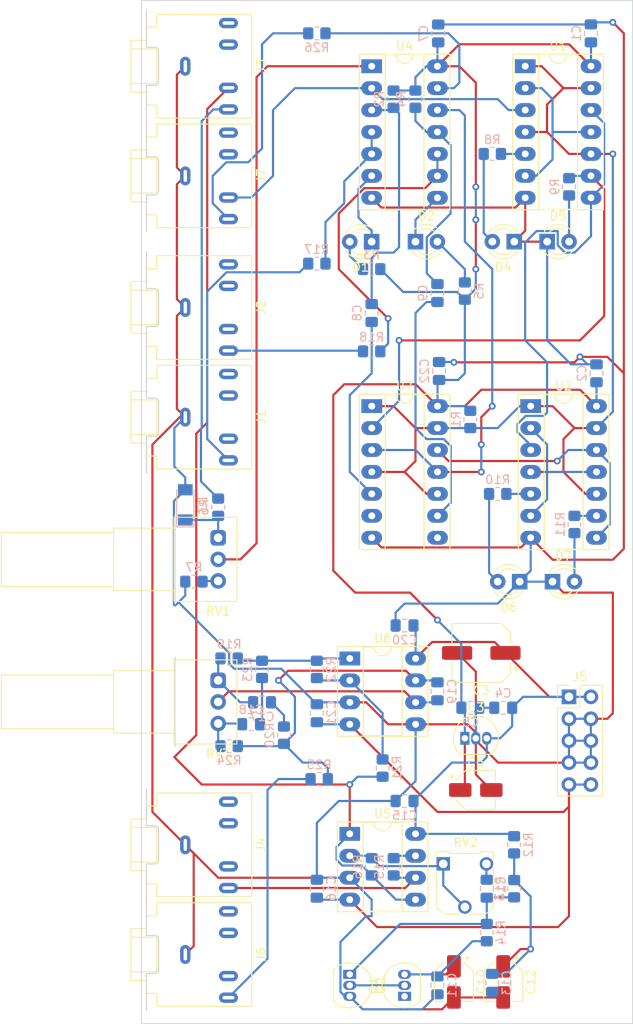
<source format=kicad_pcb>
(kicad_pcb (version 20211014) (generator pcbnew)
  (layers (0 "F.Cu" signal) (31 "B.Cu" signal) (34 "B.Paste" user) (35 "F.Paste" user) (36 "B.SilkS" user "B.Silkscreen") (37 "F.SilkS" user "F.Silkscreen") (38 "B.Mask" user) (39 "F.Mask" user) (44 "Edge.Cuts" user))
  (net 0 "")
  (net 1 "GND")
  (net 2 "+5V")
  (net 3 "+12V")
  (net 4 "Net-(U4-Pad3)")
  (net 5 "Net-(C8-Pad2)")
  (net 6 "Net-(U4-Pad11)")
  (net 7 "Net-(C9-Pad2)")
  (net 8 "Net-(C10-Pad1)")
  (net 9 "Net-(C12-Pad1)")
  (net 10 "Net-(C14-Pad1)")
  (net 11 "Net-(C14-Pad2)")
  (net 12 "-12V")
  (net 13 "Net-(C17-Pad1)")
  (net 14 "Net-(C17-Pad2)")
  (net 15 "Net-(C18-Pad1)")
  (net 16 "Net-(C18-Pad2)")
  (net 17 "Net-(C19-Pad1)")
  (net 18 "Net-(C19-Pad2)")
  (net 19 "Net-(D1-Pad1)")
  (net 20 "Net-(D1-Pad2)")
  (net 21 "Net-(D2-Pad1)")
  (net 22 "Net-(D2-Pad2)")
  (net 23 "Net-(D3-Pad1)")
  (net 24 "Net-(D4-Pad2)")
  (net 25 "Net-(D5-Pad2)")
  (net 26 "Net-(D6-Pad2)")
  (net 27 "Net-(D7-Pad2)")
  (net 30 "Net-(J1-PadT)")
  (net 34 "Net-(J2-PadT)")
  (net 38 "Net-(J3-PadT)")
  (net 39 "/Noise")
  (net 42 "Net-(J4-PadT)")
  (net 46 "Net-(J6-PadT)")
  (net 50 "Net-(J7-PadT)")
  (net 51 "Net-(U1-Pad3)")
  (net 53 "Net-(Q1-Pad2)")
  (net 54 "Net-(U2-Pad1)")
  (net 55 "Net-(R7-Pad1)")
  (net 56 "Net-(U1-Pad5)")
  (net 57 "Net-(U1-Pad9)")
  (net 58 "Net-(U2-Pad5)")
  (net 59 "Net-(U2-Pad9)")
  (net 60 "Net-(R15-Pad1)")
  (net 61 "Net-(R16-Pad1)")
  (net 62 "Net-(U4-Pad4)")
  (net 63 "Net-(U4-Pad10)")
  (net 64 "Net-(R19-Pad1)")
  (net 65 "Net-(R21-Pad2)")
  (net 66 "Net-(R26-Pad2)")
  (net 67 "Net-(U4-Pad1)")
  (net 68 "Net-(U1-Pad2)")
  (net 69 "Net-(U1-Pad8)")
  (net 70 "Net-(U2-Pad6)")
  (net 71 "Net-(U2-Pad12)")
  (net 72 "Net-(U4-Pad12)")
  (footprint "Package_TO_SOT_THT:TO-92_Inline" (layer "F.Cu") (at 68.58 140.732712 90)
    (fp_text reference "Q1")
    (fp_text value "BC547")
  )
  (footprint "Capacitor_SMD:CP_Elec_4x5.4" (layer "F.Cu") (at 76.835 116.84)
    (fp_text reference "C6")
    (fp_text value "10,0")
  )
  (footprint "Package_TO_SOT_THT:TO-92_Inline" (layer "F.Cu") (at 75.565 110.85)
    (fp_text reference "U3")
    (fp_text value "L78L05_TO92")
  )
  (footprint "Potentiometer_THT:Potentiometer_Runtron_RM-065_Vertical" (layer "F.Cu") (at 73.065 125.395)
    (fp_text reference "RV2")
    (fp_text value "100k")
  )
  (footprint "Connector_Audio:Jack_3.5mm_CUI_SJ1-3525N_Horizontal" (layer "F.Cu") (at 43.18 123.19 -90)
    (fp_text reference "J4")
    (fp_text value "White")
    (fp_line (start 2.2 3.5) (end 2.2 4.5) (layer "Edge.Cuts") (width 0.12))
    (fp_line (start 1.8 3.1) (end -1.8 3.1) (layer "Edge.Cuts") (width 0.12))
    (fp_line (start 2.2 4.5) (end 6.5 4.5) (layer "Edge.Cuts") (width 0.12))
    (fp_line (start -2.2 3.5) (end -2.2 4.5) (layer "Edge.Cuts") (width 0.12))
    (fp_line (start -2.2 4.5) (end -6.5 4.5) (layer "Edge.Cuts") (width 0.12))
    (fp_arc (start 1.8 3.1) (mid 2.082843 3.217157) (end 2.2 3.5) (layer "Edge.Cuts") (width 0.12))
    (fp_arc (start -2.2 3.5) (mid -2.082842 3.217158) (end -1.8 3.1) (layer "Edge.Cuts") (width 0.12))
  )
  (footprint "LED_THT:LED_D3.0mm" (layer "F.Cu") (at 81.915 92.71 180)
    (fp_text reference "D6")
    (fp_text value "LED")
  )
  (footprint "Package_DIP:DIP-14_W7.62mm_Socket_LongPads" (layer "F.Cu") (at 64.78 72.385)
    (fp_text reference "U7")
    (fp_text value "74HCT74")
  )
  (footprint "Capacitor_SMD:CP_Elec_4x5.4" (layer "F.Cu") (at 80.01 139.065 -90)
    (fp_text reference "C12")
    (fp_text value "10,0")
  )
  (footprint "LED_THT:LED_D3.0mm" (layer "F.Cu") (at 64.77 53.34 180)
    (fp_text reference "D1")
    (fp_text value "LED")
  )
  (footprint "Connector_Audio:Jack_3.5mm_CUI_SJ1-3525N_Horizontal" (layer "F.Cu") (at 43.18 135.89 -90)
    (fp_text reference "J6")
    (fp_text value "Colored")
    (fp_line (start -2.2 4.5) (end -6.5 4.5) (layer "Edge.Cuts") (width 0.12))
    (fp_line (start -2.2 3.5) (end -2.2 4.5) (layer "Edge.Cuts") (width 0.12))
    (fp_line (start 2.2 3.5) (end 2.2 4.5) (layer "Edge.Cuts") (width 0.12))
    (fp_line (start 2.2 4.5) (end 6.5 4.5) (layer "Edge.Cuts") (width 0.12))
    (fp_line (start 1.8 3.1) (end -1.8 3.1) (layer "Edge.Cuts") (width 0.12))
    (fp_arc (start 1.8 3.1) (mid 2.082843 3.217157) (end 2.2 3.5) (layer "Edge.Cuts") (width 0.12))
    (fp_arc (start -2.2 3.5) (mid -2.082842 3.217158) (end -1.8 3.1) (layer "Edge.Cuts") (width 0.12))
  )
  (footprint "LED_THT:LED_D3.0mm" (layer "F.Cu") (at 85.725 92.71)
    (fp_text reference "D7")
    (fp_text value "LED")
  )
  (footprint "Package_DIP:DIP-14_W7.62mm_Socket_LongPads" (layer "F.Cu") (at 64.77 33.02)
    (fp_text reference "U4")
    (fp_text value "74HCT14")
  )
  (footprint "Connector_Audio:Jack_3.5mm_CUI_SJ1-3525N_Horizontal" (layer "F.Cu") (at 43.18 60.96 -90)
    (fp_text reference "J2")
    (fp_text value "Rare")
    (fp_line (start 1.8 3.1) (end -1.8 3.1) (layer "Edge.Cuts") (width 0.12))
    (fp_line (start 2.2 4.5) (end 6.5 4.5) (layer "Edge.Cuts") (width 0.12))
    (fp_line (start 2.2 3.5) (end 2.2 4.5) (layer "Edge.Cuts") (width 0.12))
    (fp_line (start -2.2 4.5) (end -6.5 4.5) (layer "Edge.Cuts") (width 0.12))
    (fp_line (start -2.2 3.5) (end -2.2 4.5) (layer "Edge.Cuts") (width 0.12))
    (fp_arc (start 1.8 3.1) (mid 2.082843 3.217157) (end 2.2 3.5) (layer "Edge.Cuts") (width 0.12))
    (fp_arc (start -2.2 3.5) (mid -2.082842 3.217158) (end -1.8 3.1) (layer "Edge.Cuts") (width 0.12))
  )
  (footprint "Package_DIP:DIP-8_W7.62mm_Socket_LongPads" (layer "F.Cu") (at 62.23 121.92)
    (fp_text reference "U5")
    (fp_text value "TL082")
  )
  (footprint "LED_THT:LED_D3.0mm" (layer "F.Cu") (at 69.845 53.34)
    (fp_text reference "D2")
    (fp_text value "LED")
  )
  (footprint "Capacitor_SMD:CP_Elec_6.3x5.2" (layer "F.Cu") (at 77.47 100.965 180)
    (fp_text reference "C3")
    (fp_text value "47,0")
  )
  (footprint "Capacitor_SMD:CP_Elec_4x5.4" (layer "F.Cu") (at 74.295 139.065 -90)
    (fp_text reference "C10")
    (fp_text value "10,0")
  )
  (footprint "Potentiometer_THT:Potentiometer_Alps_RK097_Single_Horizontal" (layer "F.Cu") (at 46.99 87.63)
    (fp_text reference "RV1")
    (fp_text value "100k")
    (fp_line (start -5 -2.7) (end -5 7.7) (layer "Edge.Cuts") (width 0.1))
  )
  (footprint "Connector_PinHeader_2.54mm:PinHeader_2x05_P2.54mm_Vertical" (layer "F.Cu") (at 87.625 106.05)
    (fp_text reference "J5")
    (fp_text value "ModularPower")
  )
  (footprint "Package_TO_SOT_THT:TO-92_Inline" (layer "F.Cu") (at 62.23 138.192712 -90)
    (fp_text reference "Q2")
    (fp_text value "BC547")
  )
  (footprint "LED_THT:LED_D3.0mm" (layer "F.Cu") (at 85.1 53.335)
    (fp_text reference "D5")
    (fp_text value "LED")
  )
  (footprint "Package_DIP:DIP-14_W7.62mm_Socket_LongPads" (layer "F.Cu") (at 83.195 72.385)
    (fp_text reference "U2")
    (fp_text value "74HCT74")
  )
  (footprint "Potentiometer_THT:Potentiometer_Alps_RK097_Single_Horizontal" (layer "F.Cu") (at 46.99 104.14)
    (fp_text reference "RV3")
    (fp_text value "10k")
    (fp_line (start -5 -2.7) (end -5 7.7) (layer "Edge.Cuts") (width 0.1))
  )
  (footprint "LED_THT:LED_D3.0mm" (layer "F.Cu") (at 81.29 53.335 180)
    (fp_text reference "D4")
    (fp_text value "LED")
  )
  (footprint "Connector_Audio:Jack_3.5mm_CUI_SJ1-3525N_Horizontal" (layer "F.Cu") (at 43.18 73.66 -90)
    (fp_text reference "J1")
    (fp_text value "Frequent")
    (fp_line (start 2.2 3.5) (end 2.2 4.5) (layer "Edge.Cuts") (width 0.12))
    (fp_line (start 2.2 4.5) (end 6.5 4.5) (layer "Edge.Cuts") (width 0.12))
    (fp_line (start -2.2 4.5) (end -6.5 4.5) (layer "Edge.Cuts") (width 0.12))
    (fp_line (start -2.2 3.5) (end -2.2 4.5) (layer "Edge.Cuts") (width 0.12))
    (fp_line (start 1.8 3.1) (end -1.8 3.1) (layer "Edge.Cuts") (width 0.12))
    (fp_arc (start 1.8 3.1) (mid 2.082843 3.217157) (end 2.2 3.5) (layer "Edge.Cuts") (width 0.12))
    (fp_arc (start -2.2 3.5) (mid -2.082842 3.217158) (end -1.8 3.1) (layer "Edge.Cuts") (width 0.12))
  )
  (footprint "Package_DIP:DIP-8_W7.62mm_Socket_LongPads" (layer "F.Cu") (at 62.24 101.61)
    (fp_text reference "U6")
    (fp_text value "TL082")
  )
  (footprint "Package_DIP:DIP-14_W7.62mm_Socket_LongPads" (layer "F.Cu") (at 82.56 33.015)
    (fp_text reference "U1")
    (fp_text value "74HCT74")
  )
  (footprint "Connector_Audio:Jack_3.5mm_CUI_SJ1-3525N_Horizontal" (layer "F.Cu") (at 43.18 33.02 -90)
    (fp_text reference "J3")
    (fp_text value "In")
    (fp_line (start 1.8 3.1) (end -1.8 3.1) (layer "Edge.Cuts") (width 0.12))
    (fp_line (start 2.2 3.5) (end 2.2 4.5) (layer "Edge.Cuts") (width 0.12))
    (fp_line (start -2.2 4.5) (end -6.5 4.5) (layer "Edge.Cuts") (width 0.12))
    (fp_line (start 2.2 4.5) (end 6.5 4.5) (layer "Edge.Cuts") (width 0.12))
    (fp_line (start -2.2 3.5) (end -2.2 4.5) (layer "Edge.Cuts") (width 0.12))
    (fp_arc (start -2.2 3.5) (mid -2.082842 3.217158) (end -1.8 3.1) (layer "Edge.Cuts") (width 0.12))
    (fp_arc (start 1.8 3.1) (mid 2.082843 3.217157) (end 2.2 3.5) (layer "Edge.Cuts") (width 0.12))
  )
  (footprint "Connector_Audio:Jack_3.5mm_CUI_SJ1-3525N_Horizontal" (layer "F.Cu") (at 43.18 45.72 -90)
    (fp_text reference "J7")
    (fp_text value "Clock")
    (fp_line (start -2.2 4.5) (end -6.5 4.5) (layer "Edge.Cuts") (width 0.12))
    (fp_line (start 2.2 3.5) (end 2.2 4.5) (layer "Edge.Cuts") (width 0.12))
    (fp_line (start 1.8 3.1) (end -1.8 3.1) (layer "Edge.Cuts") (width 0.12))
    (fp_line (start -2.2 3.5) (end -2.2 4.5) (layer "Edge.Cuts") (width 0.12))
    (fp_line (start 2.2 4.5) (end 6.5 4.5) (layer "Edge.Cuts") (width 0.12))
    (fp_arc (start -2.2 3.5) (mid -2.082842 3.217158) (end -1.8 3.1) (layer "Edge.Cuts") (width 0.12))
    (fp_arc (start 1.8 3.1) (mid 2.082843 3.217157) (end 2.2 3.5) (layer "Edge.Cuts") (width 0.12))
  )
  (footprint "Capacitor_SMD:C_0805_2012Metric_Pad1.18x1.45mm_HandSolder" (layer "B.Cu") (at 72.39 105.41 90)
    (fp_text reference "C19")
    (fp_text value "22")
  )
  (footprint "Resistor_SMD:R_0805_2012Metric_Pad1.20x1.40mm_HandSolder" (layer "B.Cu") (at 87.64 46.985 -90)
    (fp_text reference "R9")
    (fp_text value "10k")
  )
  (footprint "Capacitor_SMD:C_0805_2012Metric_Pad1.18x1.45mm_HandSolder" (layer "B.Cu") (at 58.42 107.95 90)
    (fp_text reference "C21")
    (fp_text value "0,1")
  )
  (footprint "Capacitor_SMD:C_0805_2012Metric_Pad1.18x1.45mm_HandSolder" (layer "B.Cu") (at 58.42 128.27 90)
    (fp_text reference "C16")
    (fp_text value "0,1")
  )
  (footprint "Resistor_SMD:R_0805_2012Metric_Pad1.20x1.40mm_HandSolder" (layer "B.Cu") (at 69.84 36.835 -90)
    (fp_text reference "R4")
    (fp_text value "470k")
  )
  (footprint "Capacitor_SMD:C_0805_2012Metric_Pad1.18x1.45mm_HandSolder" (layer "B.Cu") (at 80.01 107.315 180)
    (fp_text reference "C4")
    (fp_text value "0,33")
  )
  (footprint "Resistor_SMD:R_0805_2012Metric_Pad1.20x1.40mm_HandSolder" (layer "B.Cu") (at 66.04 114.3 90)
    (fp_text reference "R21")
    (fp_text value "47k")
  )
  (footprint "Capacitor_SMD:C_0805_2012Metric_Pad1.18x1.45mm_HandSolder" (layer "B.Cu") (at 72.39 59.2875 -90)
    (fp_text reference "C9")
    (fp_text value "1,0")
  )
  (footprint "Resistor_SMD:R_0805_2012Metric_Pad1.20x1.40mm_HandSolder" (layer "B.Cu") (at 46.99 84.09 -90)
    (fp_text reference "R6")
    (fp_text value "470k")
  )
  (footprint "Resistor_SMD:R_0805_2012Metric_Pad1.20x1.40mm_HandSolder" (layer "B.Cu") (at 78.75 43.175 180)
    (fp_text reference "R8")
    (fp_text value "10k")
  )
  (footprint "Resistor_SMD:R_0805_2012Metric_Pad1.20x1.40mm_HandSolder" (layer "B.Cu") (at 44.18 92.71 180)
    (fp_text reference "R7")
    (fp_text value "47k")
  )
  (footprint "Capacitor_SMD:C_0805_2012Metric_Pad1.18x1.45mm_HandSolder" (layer "B.Cu") (at 72.5825 68.313748 -90)
    (fp_text reference "C22")
    (fp_text value "0,1")
  )
  (footprint "Resistor_SMD:R_0805_2012Metric_Pad1.20x1.40mm_HandSolder" (layer "B.Cu") (at 81.28 128.27 -90)
    (fp_text reference "R13")
    (fp_text value "4,7k")
  )
  (footprint "Resistor_SMD:R_0805_2012Metric_Pad1.20x1.40mm_HandSolder" (layer "B.Cu") (at 78.105 133.35 90)
    (fp_text reference "R14")
    (fp_text value "47k")
  )
  (footprint "Resistor_SMD:R_0805_2012Metric_Pad1.20x1.40mm_HandSolder" (layer "B.Cu") (at 79.375 82.55 180)
    (fp_text reference "R10")
    (fp_text value "10k")
  )
  (footprint "Capacitor_SMD:C_0805_2012Metric_Pad1.18x1.45mm_HandSolder" (layer "B.Cu") (at 72.4825 29.22 -90)
    (fp_text reference "C7")
    (fp_text value "0,1")
  )
  (footprint "Capacitor_SMD:C_0805_2012Metric_Pad1.18x1.45mm_HandSolder" (layer "B.Cu") (at 72.39 139.462712 90)
    (fp_text reference "C11")
    (fp_text value "0,1")
  )
  (footprint "Resistor_SMD:R_0805_2012Metric_Pad1.20x1.40mm_HandSolder" (layer "B.Cu") (at 64.78 125.73 -90)
    (fp_text reference "R16")
    (fp_text value "1m")
  )
  (footprint "Resistor_SMD:R_0805_2012Metric_Pad1.20x1.40mm_HandSolder" (layer "B.Cu") (at 58.42 29.21)
    (fp_text reference "R26")
    (fp_text value "10k")
  )
  (footprint "Resistor_SMD:R_0805_2012Metric_Pad1.20x1.40mm_HandSolder" (layer "B.Cu") (at 67.3 36.835 -90)
    (fp_text reference "R2")
    (fp_text value "470k")
  )
  (footprint "Diode_SMD:D_MiniMELF" (layer "B.Cu") (at 43.18 83.82 90)
    (fp_text reference "D3")
    (fp_text value "LL4148")
  )
  (footprint "Resistor_SMD:R_0805_2012Metric_Pad1.20x1.40mm_HandSolder" (layer "B.Cu") (at 75.565 59.055 90)
    (fp_text reference "R5")
    (fp_text value "2,2k")
  )
  (footprint "Capacitor_SMD:C_0805_2012Metric_Pad1.18x1.45mm_HandSolder" (layer "B.Cu") (at 78.74 139.17 90)
    (fp_text reference "C13")
    (fp_text value "0,1")
  )
  (footprint "Capacitor_SMD:C_0805_2012Metric_Pad1.18x1.45mm_HandSolder" (layer "B.Cu") (at 78.105 128.27 90)
    (fp_text reference "C14")
    (fp_text value "1,0")
  )
  (footprint "Resistor_SMD:R_0805_2012Metric_Pad1.20x1.40mm_HandSolder" (layer "B.Cu") (at 64.77 56.515 180)
    (fp_text reference "R3")
    (fp_text value "2,2k")
  )
  (footprint "Resistor_SMD:R_0805_2012Metric_Pad1.20x1.40mm_HandSolder" (layer "B.Cu") (at 52.07 102.87 -90)
    (fp_text reference "R23")
    (fp_text value "2,2k")
  )
  (footprint "Resistor_SMD:R_0805_2012Metric_Pad1.20x1.40mm_HandSolder" (layer "B.Cu") (at 81.27 123.19 90)
    (fp_text reference "R12")
    (fp_text value "2,7k")
  )
  (footprint "Capacitor_SMD:C_0805_2012Metric_Pad1.18x1.45mm_HandSolder" (layer "B.Cu") (at 90.815 68.58 -90)
    (fp_text reference "C2")
    (fp_text value "0,1")
  )
  (footprint "Resistor_SMD:R_0805_2012Metric_Pad1.20x1.40mm_HandSolder" (layer "B.Cu") (at 58.42 102.87 90)
    (fp_text reference "R22")
    (fp_text value "47k")
  )
  (footprint "Capacitor_SMD:C_0805_2012Metric_Pad1.18x1.45mm_HandSolder" (layer "B.Cu") (at 68.58 97.79)
    (fp_text reference "C20")
    (fp_text value "0,1")
  )
  (footprint "Capacitor_SMD:C_0805_2012Metric_Pad1.18x1.45mm_HandSolder" (layer "B.Cu") (at 90.17 29.215 -90)
    (fp_text reference "C1")
    (fp_text value "0,1")
  )
  (footprint "Resistor_SMD:R_0805_2012Metric_Pad1.20x1.40mm_HandSolder" (layer "B.Cu") (at 64.77 66.04 180)
    (fp_text reference "R18")
    (fp_text value "1k")
  )
  (footprint "Resistor_SMD:R_0805_2012Metric_Pad1.20x1.40mm_HandSolder" (layer "B.Cu") (at 58.42 55.88 180)
    (fp_text reference "R17")
    (fp_text value "1k")
  )
  (footprint "Resistor_SMD:R_0805_2012Metric_Pad1.20x1.40mm_HandSolder" (layer "B.Cu") (at 48.26 101.6 180)
    (fp_text reference "R19")
    (fp_text value "6,8k")
  )
  (footprint "Resistor_SMD:R_0805_2012Metric_Pad1.20x1.40mm_HandSolder" (layer "B.Cu") (at 67.32 125.73 -90)
    (fp_text reference "R15")
    (fp_text value "1k")
  )
  (footprint "Capacitor_SMD:C_0805_2012Metric_Pad1.18x1.45mm_HandSolder" (layer "B.Cu") (at 50.8 109.22 180)
    (fp_text reference "C18")
    (fp_text value "33n")
  )
  (footprint "Resistor_SMD:R_0805_2012Metric_Pad1.20x1.40mm_HandSolder" (layer "B.Cu") (at 54.61 110.49 -90)
    (fp_text reference "R20")
    (fp_text value "2,2k")
  )
  (footprint "Resistor_SMD:R_0805_2012Metric_Pad1.20x1.40mm_HandSolder" (layer "B.Cu") (at 88.265 86.09 -90)
    (fp_text reference "R11")
    (fp_text value "10k")
  )
  (footprint "Capacitor_SMD:C_0805_2012Metric_Pad1.18x1.45mm_HandSolder" (layer "B.Cu") (at 76.2 107.315)
    (fp_text reference "C5")
    (fp_text value "0,33")
  )
  (footprint "Capacitor_SMD:C_0805_2012Metric_Pad1.18x1.45mm_HandSolder" (layer "B.Cu") (at 52.07 106.68)
    (fp_text reference "C17")
    (fp_text value "33n")
  )
  (footprint "Resistor_SMD:R_0805_2012Metric_Pad1.20x1.40mm_HandSolder" (layer "B.Cu") (at 76.2 73.925 -90)
    (fp_text reference "R1")
    (fp_text value "10k")
  )
  (footprint "Capacitor_SMD:C_0805_2012Metric_Pad1.18x1.45mm_HandSolder" (layer "B.Cu") (at 68.58 118.11)
    (fp_text reference "C15")
    (fp_text value "0,1")
  )
  (footprint "Capacitor_SMD:C_0805_2012Metric_Pad1.18x1.45mm_HandSolder" (layer "B.Cu") (at 64.77 61.595 -90)
    (fp_text reference "C8")
    (fp_text value "1,0")
  )
  (footprint "Resistor_SMD:R_0805_2012Metric_Pad1.20x1.40mm_HandSolder" (layer "B.Cu") (at 48.26 111.76)
    (fp_text reference "R24")
    (fp_text value "6,8k")
  )
  (footprint "Resistor_SMD:R_0805_2012Metric_Pad1.20x1.40mm_HandSolder" (layer "B.Cu") (at 58.69 115.57 180)
    (fp_text reference "R25")
    (fp_text value "1k")
  )
  (gr_rect (start 38.1 25.4) (end 95 143.9) (layer "Edge.Cuts") (width 0.1) (fill none))
  (segment (start 69.86 109.23) (end 75.87 109.23) (width 0.25) (layer "F.Cu") (net 1))
  (segment (start 83.195 87.625) (end 85.74 90.17) (width 0.25) (layer "F.Cu") (net 1))
  (segment (start 43.18 73.66) (end 42.204999 72.684999) (width 0.25) (layer "F.Cu") (net 1))
  (segment (start 92.075 66.675) (end 88.9 66.675) (width 0.25) (layer "F.Cu") (net 1))
  (segment (start 42.204999 44.744999) (end 42.204999 33.995001) (width 0.25) (layer "F.Cu") (net 1))
  (segment (start 79.43 113.67) (end 87.625 113.67) (width 0.25) (layer "F.Cu") (net 1))
  (segment (start 76.835 110.85) (end 76.835 103.13) (width 0.25) (layer "F.Cu") (net 1))
  (segment (start 78.635 116.84) (end 76.835 115.04) (width 0.25) (layer "F.Cu") (net 1))
  (segment (start 86.995 93.98) (end 85.725 92.71) (width 0.25) (layer "F.Cu") (net 1))
  (segment (start 82.56 48.255) (end 82.56 52.065) (width 0.25) (layer "F.Cu") (net 1))
  (segment (start 92.71 107.95) (end 92.71 93.98) (width 0.25) (layer "F.Cu") (net 1))
  (segment (start 76.835 103.13) (end 74.67 100.965) (width 0.25) (layer "F.Cu") (net 1))
  (segment (start 64.145 106.69) (end 66.685 109.23) (width 0.25) (layer "F.Cu") (net 1))
  (segment (start 62.23 127) (end 46.99 127) (width 0.25) (layer "F.Cu") (net 1))
  (segment (start 42.545 73.66) (end 43.18 73.66) (width 0.25) (layer "F.Cu") (net 1))
  (segment (start 85.74 90.17) (end 92.71 90.17) (width 0.25) (layer "F.Cu") (net 1))
  (segment (start 42.204999 46.695001) (end 43.18 45.72) (width 0.25) (layer "F.Cu") (net 1))
  (segment (start 82.56 52.065) (end 81.29 53.335) (width 0.25) (layer "F.Cu") (net 1))
  (segment (start 85.1 53.335) (end 81.29 53.335) (width 0.25) (layer "F.Cu") (net 1))
  (segment (start 64.77 48.26) (end 65.895 49.385) (width 0.25) (layer "F.Cu") (net 1))
  (segment (start 81.43 49.385) (end 82.56 48.255) (width 0.25) (layer "F.Cu") (net 1))
  (segment (start 93.98 29.21) (end 92.71 27.94) (width 0.25) (layer "F.Cu") (net 1))
  (segment (start 39.37 76.835) (end 42.545 73.66) (width 0.25) (layer "F.Cu") (net 1))
  (segment (start 74.295 140.865) (end 80.01 140.865) (width 0.25) (layer "F.Cu") (net 1))
  (segment (start 92.71 90.17) (end 93.98 88.9) (width 0.25) (layer "F.Cu") (net 1))
  (segment (start 42.204999 33.995001) (end 43.18 33.02) (width 0.25) (layer "F.Cu") (net 1))
  (segment (start 92.07 108.59) (end 92.71 107.95) (width 0.25) (layer "F.Cu") (net 1))
  (segment (start 92.71 93.98) (end 86.995 93.98) (width 0.25) (layer "F.Cu") (net 1))
  (segment (start 62.24 106.69) (end 64.145 106.69) (width 0.25) (layer "F.Cu") (net 1))
  (segment (start 46.99 127) (end 43.18 123.19) (width 0.25) (layer "F.Cu") (net 1))
  (segment (start 65.905 88.75) (end 82.07 88.75) (width 0.25) (layer "F.Cu") (net 1))
  (segment (start 43.18 45.72) (end 42.204999 44.744999) (width 0.25) (layer "F.Cu") (net 1))
  (segment (start 93.98 68.58) (end 93.98 29.21) (width 0.25) (layer "F.Cu") (net 1))
  (segment (start 93.98 88.9) (end 93.98 68.58) (width 0.25) (layer "F.Cu") (net 1))
  (segment (start 76.835 115.04) (end 76.835 110.85) (width 0.25) (layer "F.Cu") (net 1))
  (segment (start 65.895 49.385) (end 81.43 49.385) (width 0.25) (layer "F.Cu") (net 1))
  (segment (start 63.737288 142.24) (end 72.92 142.24) (width 0.25) (layer "F.Cu") (net 1))
  (segment (start 76.835 111.075) (end 79.43 113.67) (width 0.25) (layer "F.Cu") (net 1))
  (segment (start 42.204999 59.984999) (end 42.204999 46.695001) (width 0.25) (layer "F.Cu") (net 1))
  (segment (start 66.685 109.23) (end 69.86 109.23) (width 0.25) (layer "F.Cu") (net 1))
  (segment (start 76.835 110.195) (end 76.835 110.85) (width 0.25) (layer "F.Cu") (net 1))
  (segment (start 62.23 140.732712) (end 63.737288 142.24) (width 0.25) (layer "F.Cu") (net 1))
  (segment (start 88.265 67.31) (end 88.9 66.675) (width 0.25) (layer "F.Cu") (net 1))
  (segment (start 44.155001 134.914999) (end 44.155001 124.165001) (width 0.25) (layer "F.Cu") (net 1))
  (segment (start 72.92 142.24) (end 74.295 140.865) (width 0.25) (layer "F.Cu") (net 1))
  (segment (start 82.07 88.75) (end 83.195 87.625) (width 0.25) (layer "F.Cu") (net 1))
  (segment (start 90.165 108.59) (end 92.07 108.59) (width 0.25) (layer "F.Cu") (net 1))
  (segment (start 75.87 109.23) (end 76.835 110.195) (width 0.25) (layer "F.Cu") (net 1))
  (segment (start 64.78 87.625) (end 65.905 88.75) (width 0.25) (layer "F.Cu") (net 1))
  (segment (start 39.37 119.38) (end 39.37 76.835) (width 0.25) (layer "F.Cu") (net 1))
  (segment (start 43.18 135.89) (end 44.155001 134.914999) (width 0.25) (layer "F.Cu") (net 1))
  (segment (start 44.155001 124.165001) (end 43.18 123.19) (width 0.25) (layer "F.Cu") (net 1))
  (segment (start 42.204999 72.684999) (end 42.204999 61.935001) (width 0.25) (layer "F.Cu") (net 1))
  (segment (start 42.204999 61.935001) (end 43.18 60.96) (width 0.25) (layer "F.Cu") (net 1))
  (segment (start 43.18 60.96) (end 42.204999 59.984999) (width 0.25) (layer "F.Cu") (net 1))
  (segment (start 76.835 110.85) (end 76.835 111.075) (width 0.25) (layer "F.Cu") (net 1))
  (segment (start 74.295 67.31) (end 88.265 67.31) (width 0.25) (layer "F.Cu") (net 1))
  (segment (start 93.98 68.58) (end 92.075 66.675) (width 0.25) (layer "F.Cu") (net 1))
  (segment (start 43.18 123.19) (end 39.37 119.38) (width 0.25) (layer "F.Cu") (net 1))
  (via (at 92.71 27.94) (size 0.8) (drill 0.4) (layers "F.Cu" "B.Cu") (net 1))
  (via (at 74.295 67.31) (size 0.8) (drill 0.4) (layers "F.Cu" "B.Cu") (net 1))
  (via (at 88.9 66.675) (size 0.8) (drill 0.4) (layers "F.Cu" "B.Cu") (net 1))
  (segment (start 41.865 95.381777) (end 41.865 83.385) (width 0.25) (layer "B.Cu") (net 1))
  (segment (start 76.835 107.7175) (end 76.835 110.85) (width 0.25) (layer "B.Cu") (net 1))
  (segment (start 67.5425 118.11) (end 60.96 118.11) (width 0.25) (layer "B.Cu") (net 1))
  (segment (start 43.18 82.07) (end 43.18 80.645) (width 0.25) (layer "B.Cu") (net 1))
  (segment (start 89.9375 67.5425) (end 90.815 67.5425) (width 0.25) (layer "B.Cu") (net 1))
  (segment (start 43.18 92.71) (end 43.18 94.316777) (width 0.25) (layer "B.Cu") (net 1))
  (segment (start 48.26 102.213173) (end 48.26 100.965) (width 0.25) (layer "B.Cu") (net 1))
  (segment (start 85.1 64.78) (end 87.8625 67.5425) (width 0.25) (layer "B.Cu") (net 1))
  (segment (start 43.18 80.645) (end 41.91 79.375) (width 0.25) (layer "B.Cu") (net 1))
  (segment (start 41.865 83.385) (end 43.18 82.07) (width 0.25) (layer "B.Cu") (net 1))
  (segment (start 72.39 140.500212) (end 70.650212 142.24) (width 0.25) (layer "B.Cu") (net 1))
  (segment (start 90.165 108.59) (end 90.165 111.13) (width 0.25) (layer "B.Cu") (net 1))
  (segment (start 48.841827 102.795) (end 48.26 102.213173) (width 0.25) (layer "B.Cu") (net 1))
  (segment (start 64.77 129.54) (end 64.77 131.445) (width 0.25) (layer "B.Cu") (net 1))
  (segment (start 72.4825 28.1825) (end 90.165 28.1825) (width 0.25) (layer "B.Cu") (net 1))
  (segment (start 43.18 94.316777) (end 42.395888 95.100888) (width 0.25) (layer "B.Cu") (net 1))
  (segment (start 54.3025 102.795) (end 48.841827 102.795) (width 0.25) (layer "B.Cu") (net 1))
  (segment (start 58.42 120.65) (end 58.42 127.2325) (width 0.25) (layer "B.Cu") (net 1))
  (segment (start 85.1 53.335) (end 85.1 64.78) (width 0.25) (layer "B.Cu") (net 1))
  (segment (start 81.915 92.71) (end 85.725 92.71) (width 0.25) (layer "B.Cu") (net 1))
  (segment (start 61.155 140.207712) (end 61.155 134.425) (width 0.25) (layer "B.Cu") (net 1))
  (segment (start 92.71 27.94) (end 90.4075 27.94) (width 0.25) (layer "B.Cu") (net 1))
  (segment (start 64.135 131.445) (end 64.77 131.445) (width 0.25) (layer "B.Cu") (net 1))
  (segment (start 62.24 106.69) (end 58.6425 106.69) (width 0.25) (layer "B.Cu") (net 1))
  (segment (start 61.155 134.425) (end 64.135 131.445) (width 0.25) (layer "B.Cu") (net 1))
  (segment (start 89.7675 67.5425) (end 89.9375 67.5425) (width 0.25) (layer "B.Cu") (net 1))
  (segment (start 41.91 74.93) (end 43.18 73.66) (width 0.25) (layer "B.Cu") (net 1))
  (segment (start 67.5425 96.2875) (end 68.58 95.25) (width 0.25) (layer "B.Cu") (net 1))
  (segment (start 42.395888 95.100888) (end 42.041777 95.455) (width 0.25) (layer "B.Cu") (net 1))
  (segment (start 70.650212 142.24) (end 63.737288 142.24) (width 0.25) (layer "B.Cu") (net 1))
  (segment (start 72.5825 67.276248) (end 74.261248 67.276248) (width 0.25) (layer "B.Cu") (net 1))
  (segment (start 62.23 140.732712) (end 61.68 140.732712) (width 0.25) (layer "B.Cu") (net 1))
  (segment (start 87.625 111.13) (end 87.625 108.59) (width 0.25) (layer "B.Cu") (net 1))
  (segment (start 79.375 95.25) (end 81.915 92.71) (width 0.25) (layer "B.Cu") (net 1))
  (segment (start 41.938223 95.455) (end 41.865 95.381777) (width 0.25) (layer "B.Cu") (net 1))
  (segment (start 62.23 127) (end 58.6525 127) (width 0.25) (layer "B.Cu") (net 1))
  (segment (start 48.26 100.965) (end 42.395888 95.100888) (width 0.25) (layer "B.Cu") (net 1))
  (segment (start 90.165 111.13) (end 90.165 113.67) (width 0.25) (layer "B.Cu") (net 1))
  (segment (start 58.6425 106.69) (end 58.42 106.9125) (width 0.25) (layer "B.Cu") (net 1))
  (segment (start 58.42 106.9125) (end 54.3025 102.795) (width 0.25) (layer "B.Cu") (net 1))
  (segment (start 90.4075 27.94) (end 90.17 28.1775) (width 0.25) (layer "B.Cu") (net 1))
  (segment (start 88.9 66.675) (end 89.7675 67.5425) (width 0.25) (layer "B.Cu") (net 1))
  (segment (start 83.195 91.43) (end 81.915 92.71) (width 0.25) (layer "B.Cu") (net 1))
  (segment (start 78.9725 107.315) (end 77.2375 107.315) (width 0.25) (layer "B.Cu") (net 1))
  (segment (start 77.2375 107.315) (end 76.835 107.7175) (width 0.25) (layer "B.Cu") (net 1))
  (segment (start 60.96 118.11) (end 58.42 120.65) (width 0.25) (layer "B.Cu") (net 1))
  (segment (start 69.86 115.7925) (end 69.86 109.23) (width 0.25) (layer "B.Cu") (net 1))
  (segment (start 58.6525 127) (end 58.42 127.2325) (width 0.25) (layer "B.Cu") (net 1))
  (segment (start 63.737288 142.24) (end 62.23 140.732712) (width 0.25) (layer "B.Cu") (net 1))
  (segment (start 90.165 111.13) (end 87.625 111.13) (width 0.25) (layer "B.Cu") (net 1))
  (segment (start 61.68 140.732712) (end 61.155 140.207712) (width 0.25) (layer "B.Cu") (net 1))
  (segment (start 74.261248 67.276248) (end 74.295 67.31) (width 0.25) (layer "B.Cu") (net 1))
  (segment (start 83.195 87.625) (end 83.195 91.43) (width 0.25) (layer "B.Cu") (net 1))
  (segment (start 87.8625 67.5425) (end 89.9375 67.5425) (width 0.25) (layer "B.Cu") (net 1))
  (segment (start 90.165 28.1825) (end 90.17 28.1775) (width 0.25) (layer "B.Cu") (net 1))
  (segment (start 62.23 127) (end 64.77 129.54) (width 0.25) (layer "B.Cu") (net 1))
  (segment (start 41.91 79.375) (end 41.91 74.93) (width 0.25) (layer "B.Cu") (net 1))
  (segment (start 87.625 113.67) (end 87.625 111.13) (width 0.25) (layer "B.Cu") (net 1))
  (segment (start 67.5425 97.79) (end 67.5425 96.2875) (width 0.25) (layer "B.Cu") (net 1))
  (segment (start 68.58 95.25) (end 79.375 95.25) (width 0.25) (layer "B.Cu") (net 1))
  (segment (start 87.625 108.59) (end 90.165 108.59) (width 0.25) (layer "B.Cu") (net 1))
  (segment (start 67.5425 118.11) (end 69.86 115.7925) (width 0.25) (layer "B.Cu") (net 1))
  (segment (start 42.041777 95.455) (end 41.938223 95.455) (width 0.25) (layer "B.Cu") (net 1))
  (segment (start 87.625 113.67) (end 90.165 113.67) (width 0.25) (layer "B.Cu") (net 1))
  (segment (start 77.47 70.485) (end 88.915 70.485) (width 0.25) (layer "F.Cu") (net 2))
  (segment (start 62.865 93.98) (end 60.325 91.44) (width 0.25) (layer "F.Cu") (net 2))
  (segment (start 69.215 93.98) (end 62.865 93.98) (width 0.25) (layer "F.Cu") (net 2))
  (segment (start 75.57 72.385) (end 77.47 70.485) (width 0.25) (layer "F.Cu") (net 2))
  (segment (start 60.325 71.12) (end 61.595 69.85) (width 0.25) (layer "F.Cu") (net 2))
  (segment (start 69.865 69.85) (end 72.4 72.385) (width 0.25) (layer "F.Cu") (net 2))
  (segment (start 61.595 69.85) (end 69.865 69.85) (width 0.25) (layer "F.Cu") (net 2))
  (segment (start 72.39 33.02) (end 74.93 33.02) (width 0.25) (layer "F.Cu") (net 2))
  (segment (start 87.645 30.48) (end 90.18 33.015) (width 0.25) (layer "F.Cu") (net 2))
  (segment (start 74.93 30.48) (end 87.645 30.48) (width 0.25) (layer "F.Cu") (net 2))
  (segment (start 76.835 34.925) (end 76.835 46.99) (width 0.25) (layer "F.Cu") (net 2))
  (segment (start 75.565 116.31) (end 75.565 110.85) (width 0.25) (layer "F.Cu") (net 2))
  (segment (start 72.39 33.02) (end 74.93 30.48) (width 0.25) (layer "F.Cu") (net 2))
  (segment (start 72.39 97.155) (end 69.215 93.98) (width 0.25) (layer "F.Cu") (net 2))
  (segment (start 60.325 91.44) (end 60.325 71.12) (width 0.25) (layer "F.Cu") (net 2))
  (segment (start 74.93 33.02) (end 76.835 34.925) (width 0.25) (layer "F.Cu") (net 2))
  (segment (start 75.035 116.84) (end 75.565 116.31) (width 0.25) (layer "F.Cu") (net 2))
  (segment (start 72.4 72.385) (end 75.57 72.385) (width 0.25) (layer "F.Cu") (net 2))
  (segment (start 88.915 70.485) (end 90.815 72.385) (width 0.25) (layer "F.Cu") (net 2))
  (segment (start 76.835 50.8) (end 76.835 56.515) (width 0.25) (layer "F.Cu") (net 2))
  (via (at 76.835 46.99) (size 0.8) (drill 0.4) (layers "F.Cu" "B.Cu") (net 2))
  (via (at 72.39 97.155) (size 0.8) (drill 0.4) (layers "F.Cu" "B.Cu") (net 2))
  (via (at 76.835 50.8) (size 0.8) (drill 0.4) (layers "F.Cu" "B.Cu") (net 2))
  (via (at 76.835 56.515) (size 0.8) (drill 0.4) (layers "F.Cu" "B.Cu") (net 2))
  (segment (start 74.793752 69.351248) (end 72.5825 69.351248) (width 0.25) (layer "B.Cu") (net 2))
  (segment (start 90.18 30.2625) (end 90.17 30.2525) (width 0.25) (layer "B.Cu") (net 2))
  (segment (start 76.835 46.99) (end 76.835 50.8) (width 0.25) (layer "B.Cu") (net 2))
  (segment (start 72.4 72.385) (end 75.66 72.385) (width 0.25) (layer "B.Cu") (net 2))
  (segment (start 75.565 60.055) (end 75.565 68.58) (width 0.25) (layer "B.Cu") (net 2))
  (segment (start 75.565 68.58) (end 74.793752 69.351248) (width 0.25) (layer "B.Cu") (net 2))
  (segment (start 75.66 72.385) (end 76.2 72.925) (width 0.25) (layer "B.Cu") (net 2))
  (segment (start 72.39 30.35) (end 72.4825 30.2575) (width 0.25) (layer "B.Cu") (net 2))
  (segment (start 71.12 33.02) (end 72.39 33.02) (width 0.25) (layer "B.Cu") (net 2))
  (segment (start 69.84 34.3) (end 71.12 33.02) (width 0.25) (layer "B.Cu") (net 2))
  (segment (start 68.4175 59.1625) (end 74.6725 59.1625) (width 0.25) (layer "B.Cu") (net 2))
  (segment (start 76.835 56.515) (end 76.835 58.785) (width 0.25) (layer "B.Cu") (net 2))
  (segment (start 65.77 56.515) (end 68.4175 59.1625) (width 0.25) (layer "B.Cu") (net 2))
  (segment (start 76.835 58.785) (end 75.565 60.055) (width 0.25) (layer "B.Cu") (net 2))
  (segment (start 74.6725 59.1625) (end 75.565 60.055) (width 0.25) (layer "B.Cu") (net 2))
  (segment (start 90.815 69.6175) (end 90.815 72.385) (width 0.25) (layer "B.Cu") (net 2))
  (segment (start 72.39 33.02) (end 72.39 30.35) (width 0.25) (layer "B.Cu") (net 2))
  (segment (start 72.4 69.533748) (end 72.4 72.385) (width 0.25) (layer "B.Cu") (net 2))
  (segment (start 69.84 35.835) (end 69.84 34.3) (width 0.25) (layer "B.Cu") (net 2))
  (segment (start 75.565 110.85) (end 75.565 107.7175) (width 0.25) (layer "B.Cu") (net 2))
  (segment (start 90.18 33.015) (end 90.18 30.2625) (width 0.25) (layer "B.Cu") (net 2))
  (segment (start 75.1625 99.9275) (end 72.39 97.155) (width 0.25) (layer "B.Cu") (net 2))
  (segment (start 75.1625 107.315) (end 75.1625 99.9275) (width 0.25) (layer "B.Cu") (net 2))
  (segment (start 75.565 107.7175) (end 75.1625 107.315) (width 0.25) (layer "B.Cu") (net 2))
  (segment (start 72.5825 69.351248) (end 72.4 69.533748) (width 0.25) (layer "B.Cu") (net 2))
  (segment (start 67.3 35.835) (end 69.84 35.835) (width 0.25) (layer "B.Cu") (net 2))
  (segment (start 85.355 106.05) (end 87.625 106.05) (width 0.25) (layer "F.Cu") (net 3))
  (segment (start 71.775 99.695) (end 79 99.695) (width 0.25) (layer "F.Cu") (net 3))
  (segment (start 69.86 101.61) (end 71.775 99.695) (width 0.25) (layer "F.Cu") (net 3))
  (segment (start 79 99.695) (end 80.27 100.965) (width 0.25) (layer "F.Cu") (net 3))
  (segment (start 80.27 100.965) (end 85.355 106.05) (width 0.25) (layer "F.Cu") (net 3))
  (segment (start 69.6175 118.11) (end 74.0625 113.665) (width 0.25) (layer "B.Cu") (net 3))
  (segment (start 90.165 106.05) (end 87.625 106.05) (width 0.25) (layer "B.Cu") (net 3))
  (segment (start 81 121.92) (end 81.27 122.19) (width 0.25) (layer "B.Cu") (net 3))
  (segment (start 69.85 118.3425) (end 69.6175 118.11) (width 0.25) (layer "B.Cu") (net 3))
  (segment (start 78.105 110.85) (end 79.65 110.85) (width 0.25) (layer "B.Cu") (net 3))
  (segment (start 81.0475 107.315) (end 82.3175 106.045) (width 0.25) (layer "B.Cu") (net 3))
  (segment (start 69.85 121.92) (end 69.85 118.3425) (width 0.25) (layer "B.Cu") (net 3))
  (segment (start 74.0625 113.665) (end 77.47 113.665) (width 0.25) (layer "B.Cu") (net 3))
  (segment (start 81.0475 109.4525) (end 81.0475 107.315) (width 0.25) (layer "B.Cu") (net 3))
  (segment (start 82.3175 106.045) (end 82.3225 106.05) (width 0.25) (layer "B.Cu") (net 3))
  (segment (start 78.105 113.03) (end 78.105 110.85) (width 0.25) (layer "B.Cu") (net 3))
  (segment (start 69.85 121.92) (end 81 121.92) (width 0.25) (layer "B.Cu") (net 3))
  (segment (start 69.86 101.61) (end 69.86 98.0325) (width 0.25) (layer "B.Cu") (net 3))
  (segment (start 79.65 110.85) (end 81.0475 109.4525) (width 0.25) (layer "B.Cu") (net 3))
  (segment (start 69.86 98.0325) (end 69.6175 97.79) (width 0.25) (layer "B.Cu") (net 3))
  (segment (start 77.47 113.665) (end 78.105 113.03) (width 0.25) (layer "B.Cu") (net 3))
  (segment (start 82.3225 106.05) (end 87.625 106.05) (width 0.25) (layer "B.Cu") (net 3))
  (segment (start 65.405 54.61) (end 67.31 54.61) (width 0.25) (layer "B.Cu") (net 4))
  (segment (start 67.945 53.975) (end 67.945 38.48) (width 0.25) (layer "B.Cu") (net 4))
  (segment (start 64.77 38.1) (end 67.035 38.1) (width 0.25) (layer "B.Cu") (net 4))
  (segment (start 67.31 54.61) (end 67.945 53.975) (width 0.25) (layer "B.Cu") (net 4))
  (segment (start 67.035 38.1) (end 67.3 37.835) (width 0.25) (layer "B.Cu") (net 4))
  (segment (start 64.77 55.245) (end 65.405 54.61) (width 0.25) (layer "B.Cu") (net 4))
  (segment (start 67.945 38.48) (end 67.3 37.835) (width 0.25) (layer "B.Cu") (net 4))
  (segment (start 64.77 60.5575) (end 64.77 55.245) (width 0.25) (layer "B.Cu") (net 4))
  (segment (start 62.23 71.12) (end 62.23 79.995) (width 0.25) (layer "B.Cu") (net 5))
  (segment (start 64.77 68.58) (end 62.23 71.12) (width 0.25) (layer "B.Cu") (net 5))
  (segment (start 64.77 62.6325) (end 64.77 68.58) (width 0.25) (layer "B.Cu") (net 5))
  (segment (start 62.23 79.995) (end 64.78 82.545) (width 0.25) (layer "B.Cu") (net 5))
  (segment (start 69.84 39.36) (end 71.12 40.64) (width 0.25) (layer "B.Cu") (net 6))
  (segment (start 73.915 42.165) (end 73.915 50.077588) (width 0.25) (layer "B.Cu") (net 6))
  (segment (start 72.39 40.64) (end 73.915 42.165) (width 0.25) (layer "B.Cu") (net 6))
  (segment (start 69.84 37.835) (end 69.84 39.36) (width 0.25) (layer "B.Cu") (net 6))
  (segment (start 71.12 40.64) (end 72.39 40.64) (width 0.25) (layer "B.Cu") (net 6))
  (segment (start 71.16 57.02) (end 72.39 58.25) (width 0.25) (layer "B.Cu") (net 6))
  (segment (start 71.16 52.832588) (end 71.16 57.02) (width 0.25) (layer "B.Cu") (net 6))
  (segment (start 73.915 50.077588) (end 71.16 52.832588) (width 0.25) (layer "B.Cu") (net 6))
  (segment (start 73.12599 76.2) (end 71.12 76.2) (width 0.25) (layer "B.Cu") (net 7))
  (segment (start 72.4 85.085) (end 73.925 83.56) (width 0.25) (layer "B.Cu") (net 7))
  (segment (start 73.925 83.56) (end 73.925 76.99901) (width 0.25) (layer "B.Cu") (net 7))
  (segment (start 71.12 60.325) (end 72.39 60.325) (width 0.25) (layer "B.Cu") (net 7))
  (segment (start 69.85 74.93) (end 69.85 61.595) (width 0.25) (layer "B.Cu") (net 7))
  (segment (start 73.925 76.99901) (end 73.12599 76.2) (width 0.25) (layer "B.Cu") (net 7))
  (segment (start 69.85 61.595) (end 71.12 60.325) (width 0.25) (layer "B.Cu") (net 7))
  (segment (start 71.12 76.2) (end 69.85 74.93) (width 0.25) (layer "B.Cu") (net 7))
  (segment (start 74.295 137.265) (end 73.367288 138.192712) (width 0.25) (layer "F.Cu") (net 8))
  (segment (start 73.367288 138.192712) (end 68.58 138.192712) (width 0.25) (layer "F.Cu") (net 8))
  (segment (start 72.1575 138.192712) (end 68.58 138.192712) (width 0.25) (layer "B.Cu") (net 8))
  (segment (start 76.465212 134.35) (end 78.105 134.35) (width 0.25) (layer "B.Cu") (net 8))
  (segment (start 72.39 138.425212) (end 76.465212 134.35) (width 0.25) (layer "B.Cu") (net 8))
  (segment (start 72.39 138.425212) (end 72.1575 138.192712) (width 0.25) (layer "B.Cu") (net 8))
  (segment (start 80.01 137.265) (end 82.02 135.255) (width 0.25) (layer "F.Cu") (net 9))
  (segment (start 82.02 135.255) (end 83.185 135.255) (width 0.25) (layer "F.Cu") (net 9))
  (via (at 83.185 135.255) (size 0.8) (drill 0.4) (layers "F.Cu" "B.Cu") (net 9))
  (segment (start 80.3075 138.1325) (end 83.185 135.255) (width 0.25) (layer "B.Cu") (net 9))
  (segment (start 83.185 129.175) (end 81.28 127.27) (width 0.25) (layer "B.Cu") (net 9))
  (segment (start 81.28 124.2) (end 81.27 124.19) (width 0.25) (layer "B.Cu") (net 9))
  (segment (start 83.185 135.255) (end 83.185 129.175) (width 0.25) (layer "B.Cu") (net 9))
  (segment (start 81.28 127.27) (end 81.28 124.2) (width 0.25) (layer "B.Cu") (net 9))
  (segment (start 78.74 138.1325) (end 80.3075 138.1325) (width 0.25) (layer "B.Cu") (net 9))
  (segment (start 68.072712 132.35) (end 78.105 132.35) (width 0.25) (layer "B.Cu") (net 10))
  (segment (start 78.1425 129.27) (end 78.105 129.3075) (width 0.25) (layer "B.Cu") (net 10))
  (segment (start 78.105 132.35) (end 78.105 129.3075) (width 0.25) (layer "B.Cu") (net 10))
  (segment (start 81.28 129.27) (end 78.1425 129.27) (width 0.25) (layer "B.Cu") (net 10))
  (segment (start 62.23 138.192712) (end 68.072712 132.35) (width 0.25) (layer "B.Cu") (net 10))
  (segment (start 78.065 127.1925) (end 78.105 127.2325) (width 0.25) (layer "B.Cu") (net 11))
  (segment (start 78.065 125.395) (end 78.065 127.1925) (width 0.25) (layer "B.Cu") (net 11))
  (segment (start 86.995 119.38) (end 87.625 118.75) (width 0.25) (layer "F.Cu") (net 12))
  (segment (start 62.23 129.54) (end 65.405 132.715) (width 0.25) (layer "F.Cu") (net 12))
  (segment (start 72.39 119.38) (end 86.995 119.38) (width 0.25) (layer "F.Cu") (net 12))
  (segment (start 87.625 118.75) (end 87.625 116.21) (width 0.25) (layer "F.Cu") (net 12))
  (segment (start 62.24 109.23) (end 72.39 119.38) (width 0.25) (layer "F.Cu") (net 12))
  (segment (start 87.625 131.45) (end 87.625 116.21) (width 0.25) (layer "F.Cu") (net 12))
  (segment (start 86.36 132.715) (end 87.625 131.45) (width 0.25) (layer "F.Cu") (net 12))
  (segment (start 65.405 132.715) (end 86.36 132.715) (width 0.25) (layer "F.Cu") (net 12))
  (segment (start 62.23 129.54) (end 58.6525 129.54) (width 0.25) (layer "B.Cu") (net 12))
  (segment (start 58.6525 129.54) (end 58.42 129.3075) (width 0.25) (layer "B.Cu") (net 12))
  (segment (start 58.6625 109.23) (end 58.42 108.9875) (width 0.25) (layer "B.Cu") (net 12))
  (segment (start 90.165 116.21) (end 87.625 116.21) (width 0.25) (layer "B.Cu") (net 12))
  (segment (start 62.24 109.23) (end 58.6625 109.23) (width 0.25) (layer "B.Cu") (net 12))
  (segment (start 51.0325 106.68) (end 49.53 106.68) (width 0.25) (layer "B.Cu") (net 13))
  (segment (start 46.99 104.14) (end 46.99 101.87) (width 0.25) (layer "B.Cu") (net 13))
  (segment (start 49.53 106.68) (end 46.99 104.14) (width 0.25) (layer "B.Cu") (net 13))
  (segment (start 46.99 101.87) (end 47.26 101.6) (width 0.25) (layer "B.Cu") (net 13))
  (segment (start 54.61 108.1825) (end 54.61 109.49) (width 0.25) (layer "B.Cu") (net 14))
  (segment (start 53.1075 106.68) (end 54.61 108.1825) (width 0.25) (layer "B.Cu") (net 14))
  (segment (start 52.07 108.9875) (end 52.07 103.87) (width 0.25) (layer "B.Cu") (net 15))
  (segment (start 51.8375 109.22) (end 52.07 108.9875) (width 0.25) (layer "B.Cu") (net 15))
  (segment (start 49.7625 109.22) (end 49.6825 109.14) (width 0.25) (layer "B.Cu") (net 16))
  (segment (start 46.99 111.49) (end 47.26 111.76) (width 0.25) (layer "B.Cu") (net 16))
  (segment (start 46.99 109.14) (end 46.99 111.49) (width 0.25) (layer "B.Cu") (net 16))
  (segment (start 49.6825 109.14) (end 46.99 109.14) (width 0.25) (layer "B.Cu") (net 16))
  (segment (start 46.99 106.64) (end 48.22 105.41) (width 0.25) (layer "F.Cu") (net 17))
  (segment (start 48.22 105.41) (end 68.58 105.41) (width 0.25) (layer "F.Cu") (net 17))
  (segment (start 68.58 105.41) (end 69.86 106.69) (width 0.25) (layer "F.Cu") (net 17))
  (segment (start 72.1475 106.69) (end 69.86 106.69) (width 0.25) (layer "B.Cu") (net 17))
  (segment (start 72.39 106.4475) (end 72.1475 106.69) (width 0.25) (layer "B.Cu") (net 17))
  (segment (start 55.09 103.025) (end 53.975 104.14) (width 0.25) (layer "F.Cu") (net 18))
  (segment (start 68.735 103.025) (end 55.09 103.025) (width 0.25) (layer "F.Cu") (net 18))
  (segment (start 69.86 104.15) (end 68.735 103.025) (width 0.25) (layer "F.Cu") (net 18))
  (via (at 53.975 104.14) (size 0.8) (drill 0.4) (layers "F.Cu" "B.Cu") (net 18))
  (segment (start 72.39 104.3725) (end 72.1675 104.15) (width 0.25) (layer "B.Cu") (net 18))
  (segment (start 55.88 110.22) (end 54.61 111.49) (width 0.25) (layer "B.Cu") (net 18))
  (segment (start 56.785 113.665) (end 59.055 113.665) (width 0.25) (layer "B.Cu") (net 18))
  (segment (start 72.1675 104.15) (end 69.86 104.15) (width 0.25) (layer "B.Cu") (net 18))
  (segment (start 54.34 111.76) (end 54.61 111.49) (width 0.25) (layer "B.Cu") (net 18))
  (segment (start 55.88 106.045) (end 55.88 110.22) (width 0.25) (layer "B.Cu") (net 18))
  (segment (start 54.61 111.49) (end 56.785 113.665) (width 0.25) (layer "B.Cu") (net 18))
  (segment (start 49.26 111.76) (end 54.34 111.76) (width 0.25) (layer "B.Cu") (net 18))
  (segment (start 59.69 114.3) (end 59.69 115.57) (width 0.25) (layer "B.Cu") (net 18))
  (segment (start 59.055 113.665) (end 59.69 114.3) (width 0.25) (layer "B.Cu") (net 18))
  (segment (start 53.975 104.14) (end 55.88 106.045) (width 0.25) (layer "B.Cu") (net 18))
  (segment (start 63.245 47.245) (end 64.77 45.72) (width 0.25) (layer "B.Cu") (net 19))
  (segment (start 64.77 52.07) (end 63.245 50.545) (width 0.25) (layer "B.Cu") (net 19))
  (segment (start 64.77 53.34) (end 64.77 52.07) (width 0.25) (layer "B.Cu") (net 19))
  (segment (start 63.245 50.545) (end 63.245 47.245) (width 0.25) (layer "B.Cu") (net 19))
  (segment (start 62.23 53.34) (end 62.23 54.975) (width 0.25) (layer "B.Cu") (net 20))
  (segment (start 62.23 54.975) (end 63.77 56.515) (width 0.25) (layer "B.Cu") (net 20))
  (segment (start 69.845 53.34) (end 69.845 50.805) (width 0.25) (layer "B.Cu") (net 21))
  (segment (start 69.845 50.805) (end 72.39 48.26) (width 0.25) (layer "B.Cu") (net 21))
  (segment (start 72.385 53.34) (end 75.565 56.52) (width 0.25) (layer "B.Cu") (net 22))
  (segment (start 75.565 56.52) (end 75.565 58.055) (width 0.25) (layer "B.Cu") (net 22))
  (segment (start 43.18 85.57) (end 46.51 85.57) (width 0.25) (layer "B.Cu") (net 23))
  (segment (start 46.99 87.63) (end 46.99 85.09) (width 0.25) (layer "B.Cu") (net 23))
  (segment (start 46.51 85.57) (end 46.99 85.09) (width 0.25) (layer "B.Cu") (net 23))
  (segment (start 77.75 43.175) (end 77.75 52.335) (width 0.25) (layer "B.Cu") (net 24))
  (segment (start 77.75 52.335) (end 78.75 53.335) (width 0.25) (layer "B.Cu") (net 24))
  (segment (start 87.64 53.335) (end 87.64 47.985) (width 0.25) (layer "B.Cu") (net 25))
  (segment (start 78.375 82.55) (end 78.375 91.71) (width 0.25) (layer "B.Cu") (net 26))
  (segment (start 78.375 91.71) (end 79.375 92.71) (width 0.25) (layer "B.Cu") (net 26))
  (segment (start 88.265 87.09) (end 88.265 92.71) (width 0.25) (layer "B.Cu") (net 27))
  (segment (start 45.72 59.111852) (end 47.946852 56.885) (width 0.25) (layer "B.Cu") (net 30))
  (segment (start 45.72 76.2) (end 45.72 59.111852) (width 0.25) (layer "B.Cu") (net 30))
  (segment (start 56.415 56.885) (end 57.42 55.88) (width 0.25) (layer "B.Cu") (net 30))
  (segment (start 48.18 78.66) (end 45.72 76.2) (width 0.25) (layer "B.Cu") (net 30))
  (segment (start 47.946852 56.885) (end 56.415 56.885) (width 0.25) (layer "B.Cu") (net 30))
  (segment (start 48.18 65.96) (end 63.69 65.96) (width 0.25) (layer "B.Cu") (net 34))
  (segment (start 63.69 65.96) (end 63.77 66.04) (width 0.25) (layer "B.Cu") (net 34))
  (segment (start 45.085 74.93) (end 45.085 39.37) (width 0.25) (layer "B.Cu") (net 38))
  (segment (start 45.085 39.37) (end 46.435 38.02) (width 0.25) (layer "B.Cu") (net 38))
  (segment (start 46.99 83.09) (end 44.995 81.095) (width 0.25) (layer "B.Cu") (net 38))
  (segment (start 44.995 81.095) (end 44.995 75.02) (width 0.25) (layer "B.Cu") (net 38))
  (segment (start 44.995 75.02) (end 45.085 74.93) (width 0.25) (layer "B.Cu") (net 38))
  (segment (start 46.435 38.02) (end 48.18 38.02) (width 0.25) (layer "B.Cu") (net 38))
  (segment (start 62.23 121.92) (end 62.23 116.205) (width 0.25) (layer "F.Cu") (net 39))
  (segment (start 44.45 75.565) (end 45.72 74.295) (width 0.25) (layer "F.Cu") (net 39))
  (segment (start 45.72 74.295) (end 45.72 37.98) (width 0.25) (layer "F.Cu") (net 39))
  (segment (start 62.23 116.205) (end 45.085 116.205) (width 0.25) (layer "F.Cu") (net 39))
  (segment (start 45.085 116.205) (end 41.91 113.03) (width 0.25) (layer "F.Cu") (net 39))
  (segment (start 44.45 110.49) (end 44.45 75.565) (width 0.25) (layer "F.Cu") (net 39))
  (segment (start 41.91 113.03) (end 44.45 110.49) (width 0.25) (layer "F.Cu") (net 39))
  (segment (start 45.72 37.98) (end 48.18 35.52) (width 0.25) (layer "F.Cu") (net 39))
  (via (at 62.23 116.205) (size 0.8) (drill 0.4) (layers "F.Cu" "B.Cu") (net 39))
  (segment (start 61.36401 125.585) (end 60.705 124.92599) (width 0.25) (layer "B.Cu") (net 39))
  (segment (start 64.78 126.73) (end 63.635 125.585) (width 0.25) (layer "B.Cu") (net 39))
  (segment (start 62.23 116.205) (end 63.135 115.3) (width 0.25) (layer "B.Cu") (net 39))
  (segment (start 67.59 129.54) (end 64.78 126.73) (width 0.25) (layer "B.Cu") (net 39))
  (segment (start 69.85 129.54) (end 67.59 129.54) (width 0.25) (layer "B.Cu") (net 39))
  (segment (start 63.135 115.3) (end 66.04 115.3) (width 0.25) (layer "B.Cu") (net 39))
  (segment (start 63.635 125.585) (end 61.36401 125.585) (width 0.25) (layer "B.Cu") (net 39))
  (segment (start 60.705 123.445) (end 62.23 121.92) (width 0.25) (layer "B.Cu") (net 39))
  (segment (start 60.705 124.92599) (end 60.705 123.445) (width 0.25) (layer "B.Cu") (net 39))
  (segment (start 68.66 128.19) (end 69.85 127) (width 0.25) (layer "F.Cu") (net 42))
  (segment (start 48.18 128.19) (end 68.66 128.19) (width 0.25) (layer "F.Cu") (net 42))
  (segment (start 67.59 127) (end 67.32 126.73) (width 0.25) (layer "B.Cu") (net 42))
  (segment (start 69.85 127) (end 67.59 127) (width 0.25) (layer "B.Cu") (net 42))
  (segment (start 53.975 115.57) (end 57.69 115.57) (width 0.25) (layer "B.Cu") (net 46))
  (segment (start 52.705 136.365) (end 52.705 116.84) (width 0.25) (layer "B.Cu") (net 46))
  (segment (start 48.18 140.89) (end 52.705 136.365) (width 0.25) (layer "B.Cu") (net 46))
  (segment (start 52.705 116.84) (end 53.975 115.57) (width 0.25) (layer "B.Cu") (net 46))
  (segment (start 46.355 48.895) (end 46.355 45.72) (width 0.25) (layer "B.Cu") (net 50))
  (segment (start 53.34 29.21) (end 57.42 29.21) (width 0.25) (layer "B.Cu") (net 50))
  (segment (start 52.07 30.48) (end 53.34 29.21) (width 0.25) (layer "B.Cu") (net 50))
  (segment (start 47.93 44.145) (end 50.47 44.145) (width 0.25) (layer "B.Cu") (net 50))
  (segment (start 52.07 42.545) (end 52.07 30.48) (width 0.25) (layer "B.Cu") (net 50))
  (segment (start 46.355 45.72) (end 47.93 44.145) (width 0.25) (layer "B.Cu") (net 50))
  (segment (start 50.47 44.145) (end 52.07 42.545) (width 0.25) (layer "B.Cu") (net 50))
  (segment (start 48.18 50.72) (end 46.355 48.895) (width 0.25) (layer "B.Cu") (net 50))
  (segment (start 79.375 36.83) (end 80.64 38.095) (width 0.25) (layer "B.Cu") (net 51))
  (segment (start 53.34 38.1) (end 55.88 35.56) (width 0.25) (layer "B.Cu") (net 51))
  (segment (start 53.34 45.72) (end 53.34 38.1) (width 0.25) (layer "B.Cu") (net 51))
  (segment (start 50.84 48.22) (end 53.34 45.72) (width 0.25) (layer "B.Cu") (net 51))
  (segment (start 66.04 36.83) (end 79.375 36.83) (width 0.25) (layer "B.Cu") (net 51))
  (segment (start 80.64 38.095) (end 82.56 38.095) (width 0.25) (layer "B.Cu") (net 51))
  (segment (start 64.77 35.56) (end 66.04 36.83) (width 0.25) (layer "B.Cu") (net 51))
  (segment (start 48.18 48.22) (end 50.84 48.22) (width 0.25) (layer "B.Cu") (net 51))
  (segment (start 55.88 35.56) (end 64.77 35.56) (width 0.25) (layer "B.Cu") (net 51))
  (segment (start 68.58 139.462712) (end 62.23 139.462712) (width 0.25) (layer "B.Cu") (net 53))
  (segment (start 72.4 82.545) (end 71.125 82.545) (width 0.25) (layer "F.Cu") (net 54))
  (segment (start 90.815 74.925) (end 88.27 74.925) (width 0.25) (layer "F.Cu") (net 54))
  (segment (start 64.78 72.385) (end 67.305 72.385) (width 0.25) (layer "F.Cu") (net 54))
  (segment (start 67.305 72.385) (end 69.845 74.925) (width 0.25) (layer "F.Cu") (net 54))
  (segment (start 69.845 74.925) (end 72.4 74.925) (width 0.25) (layer "F.Cu") (net 54))
  (segment (start 85.085 37.46) (end 86.99 35.555) (width 0.25) (layer "F.Cu") (net 54))
  (segment (start 86.99 76.205) (end 86.99 80.005) (width 0.25) (layer "F.Cu") (net 54))
  (segment (start 92.705 43.175) (end 92.71 43.18) (width 0.25) (layer "F.Cu") (net 54))
  (segment (start 83.195 72.385) (end 85.73 72.385) (width 0.25) (layer "F.Cu") (net 54))
  (segment (start 87.625 43.175) (end 90.18 43.175) (width 0.25) (layer "F.Cu") (net 54))
  (segment (start 86.99 80.005) (end 83.195 80.005) (width 0.25) (layer "F.Cu") (net 54))
  (segment (start 85.73 72.385) (end 88.27 74.925) (width 0.25) (layer "F.Cu") (net 54))
  (segment (start 69.845 78.745) (end 69.845 74.925) (width 0.25) (layer "F.Cu") (net 54))
  (segment (start 86.99 35.555) (end 90.18 35.555) (width 0.25) (layer "F.Cu") (net 54))
  (segment (start 82.56 40.635) (end 85.085 40.635) (width 0.25) (layer "F.Cu") (net 54))
  (segment (start 90.815 82.545) (end 89.53 82.545) (width 0.25) (layer "F.Cu") (net 54))
  (segment (start 90.18 43.175) (end 92.705 43.175) (width 0.25) (layer "F.Cu") (net 54))
  (segment (start 85.085 40.635) (end 85.085 37.46) (width 0.25) (layer "F.Cu") (net 54))
  (segment (start 71.125 82.545) (end 68.585 80.005) (width 0.25) (layer "F.Cu") (net 54))
  (segment (start 84.45 33.015) (end 86.99 35.555) (width 0.25) (layer "F.Cu") (net 54))
  (segment (start 68.585 80.005) (end 69.845 78.745) (width 0.25) (layer "F.Cu") (net 54))
  (segment (start 89.53 82.545) (end 86.99 80.005) (width 0.25) (layer "F.Cu") (net 54))
  (segment (start 82.56 33.015) (end 84.45 33.015) (width 0.25) (layer "F.Cu") (net 54))
  (segment (start 85.085 40.635) (end 87.625 43.175) (width 0.25) (layer "F.Cu") (net 54))
  (segment (start 88.27 74.925) (end 86.99 76.205) (width 0.25) (layer "F.Cu") (net 54))
  (segment (start 64.78 80.005) (end 68.585 80.005) (width 0.25) (layer "F.Cu") (net 54))
  (via (at 92.71 43.18) (size 0.8) (drill 0.4) (layers "F.Cu" "B.Cu") (net 54))
  (segment (start 92.71 73.03) (end 90.815 74.925) (width 0.25) (layer "B.Cu") (net 54))
  (segment (start 79.37 74.925) (end 81.91 72.385) (width 0.25) (layer "B.Cu") (net 54))
  (segment (start 76.2 74.925) (end 79.37 74.925) (width 0.25) (layer "B.Cu") (net 54))
  (segment (start 81.91 72.385) (end 83.195 72.385) (width 0.25) (layer "B.Cu") (net 54))
  (segment (start 92.71 43.18) (end 92.71 73.03) (width 0.25) (layer "B.Cu") (net 54))
  (segment (start 76.2 74.925) (end 72.4 74.925) (width 0.25) (layer "B.Cu") (net 54))
  (segment (start 45.26 92.63) (end 45.18 92.71) (width 0.25) (layer "B.Cu") (net 55))
  (segment (start 46.99 92.63) (end 45.26 92.63) (width 0.25) (layer "B.Cu") (net 55))
  (segment (start 82.56 43.175) (end 79.75 43.175) (width 0.25) (layer "B.Cu") (net 56))
  (segment (start 91.705 61.965) (end 91.705 47.24) (width 0.25) (layer "F.Cu") (net 57))
  (segment (start 67.945 64.77) (end 88.9 64.77) (width 0.25) (layer "F.Cu") (net 57))
  (segment (start 88.9 64.77) (end 91.705 61.965) (width 0.25) (layer "F.Cu") (net 57))
  (segment (start 91.705 47.24) (end 90.18 45.715) (width 0.25) (layer "F.Cu") (net 57))
  (via (at 67.945 64.77) (size 0.8) (drill 0.4) (layers "F.Cu" "B.Cu") (net 57))
  (segment (start 64.78 74.925) (end 67.945 71.76) (width 0.25) (layer "B.Cu") (net 57))
  (segment (start 90.18 45.715) (end 87.91 45.715) (width 0.25) (layer "B.Cu") (net 57))
  (segment (start 67.945 71.76) (end 67.945 64.77) (width 0.25) (layer "B.Cu") (net 57))
  (segment (start 87.91 45.715) (end 87.64 45.985) (width 0.25) (layer "B.Cu") (net 57))
  (segment (start 80.38 82.545) (end 80.375 82.55) (width 0.25) (layer "B.Cu") (net 58))
  (segment (start 83.195 82.545) (end 80.38 82.545) (width 0.25) (layer "B.Cu") (net 58))
  (segment (start 88.27 85.085) (end 88.265 85.09) (width 0.25) (layer "B.Cu") (net 59))
  (segment (start 90.815 85.085) (end 88.27 85.085) (width 0.25) (layer "B.Cu") (net 59))
  (segment (start 67.59 124.46) (end 67.32 124.73) (width 0.25) (layer "B.Cu") (net 60))
  (segment (start 69.85 124.46) (end 67.59 124.46) (width 0.25) (layer "B.Cu") (net 60))
  (segment (start 64.78 124.73) (end 65.705 125.655) (width 0.25) (layer "B.Cu") (net 61))
  (segment (start 72.805 125.655) (end 73.065 125.395) (width 0.25) (layer "B.Cu") (net 61))
  (segment (start 73.065 127.895) (end 75.565 130.395) (width 0.25) (layer "B.Cu") (net 61))
  (segment (start 62.23 124.46) (end 64.51 124.46) (width 0.25) (layer "B.Cu") (net 61))
  (segment (start 73.065 125.395) (end 73.065 127.895) (width 0.25) (layer "B.Cu") (net 61))
  (segment (start 65.705 125.655) (end 72.805 125.655) (width 0.25) (layer "B.Cu") (net 61))
  (segment (start 64.51 124.46) (end 64.78 124.73) (width 0.25) (layer "B.Cu") (net 61))
  (segment (start 64.77 40.64) (end 64.77 43.18) (width 0.25) (layer "B.Cu") (net 62))
  (segment (start 59.42 55.88) (end 59.42 51.07) (width 0.25) (layer "B.Cu") (net 62))
  (segment (start 61.595 46.355) (end 64.77 43.18) (width 0.25) (layer "B.Cu") (net 62))
  (segment (start 61.595 48.895) (end 61.595 46.355) (width 0.25) (layer "B.Cu") (net 62))
  (segment (start 59.42 51.07) (end 61.595 48.895) (width 0.25) (layer "B.Cu") (net 62))
  (segment (start 60.96 56.515) (end 66.675 62.23) (width 0.25) (layer "F.Cu") (net 63))
  (segment (start 60.96 50.07901) (end 60.96 56.515) (width 0.25) (layer "F.Cu") (net 63))
  (segment (start 63.90401 47.135) (end 60.96 50.07901) (width 0.25) (layer "F.Cu") (net 63))
  (segment (start 72.39 45.72) (end 70.975 47.135) (width 0.25) (layer "F.Cu") (net 63))
  (segment (start 70.975 47.135) (end 63.90401 47.135) (width 0.25) (layer "F.Cu") (net 63))
  (via (at 66.675 62.23) (size 0.8) (drill 0.4) (layers "F.Cu" "B.Cu") (net 63))
  (segment (start 72.39 43.18) (end 72.39 45.72) (width 0.25) (layer "B.Cu") (net 63))
  (segment (start 66.675 62.23) (end 66.675 65.135) (width 0.25) (layer "B.Cu") (net 63))
  (segment (start 66.675 65.135) (end 65.77 66.04) (width 0.25) (layer "B.Cu") (net 63))
  (segment (start 49.53 101.87) (end 49.26 101.6) (width 0.25) (layer "B.Cu") (net 64))
  (segment (start 52.07 101.87) (end 49.53 101.87) (width 0.25) (layer "B.Cu") (net 64))
  (segment (start 52.07 101.87) (end 58.42 101.87) (width 0.25) (layer "B.Cu") (net 64))
  (segment (start 62.24 101.61) (end 58.68 101.61) (width 0.25) (layer "B.Cu") (net 64))
  (segment (start 58.68 101.61) (end 58.42 101.87) (width 0.25) (layer "B.Cu") (net 64))
  (segment (start 62.24 104.15) (end 58.7 104.15) (width 0.25) (layer "B.Cu") (net 65))
  (segment (start 66.04 107.95) (end 62.24 104.15) (width 0.25) (layer "B.Cu") (net 65))
  (segment (start 58.7 104.15) (end 58.42 103.87) (width 0.25) (layer "B.Cu") (net 65))
  (segment (start 66.04 113.3) (end 66.04 107.95) (width 0.25) (layer "B.Cu") (net 65))
  (segment (start 74.93 34.925) (end 74.295 35.56) (width 0.25) (layer "B.Cu") (net 66))
  (segment (start 59.42 29.21) (end 73.66 29.21) (width 0.25) (layer "B.Cu") (net 66))
  (segment (start 74.295 35.56) (end 72.39 35.56) (width 0.25) (layer "B.Cu") (net 66))
  (segment (start 73.66 29.21) (end 74.93 30.48) (width 0.25) (layer "B.Cu") (net 66))
  (segment (start 74.93 30.48) (end 74.93 34.925) (width 0.25) (layer "B.Cu") (net 66))
  (segment (start 49.57 90.13) (end 51.435 88.265) (width 0.25) (layer "F.Cu") (net 67))
  (segment (start 46.99 90.13) (end 49.57 90.13) (width 0.25) (layer "F.Cu") (net 67))
  (segment (start 51.435 88.265) (end 51.435 34.29) (width 0.25) (layer "F.Cu") (net 67))
  (segment (start 51.435 34.29) (end 52.705 33.02) (width 0.25) (layer "F.Cu") (net 67))
  (segment (start 52.705 33.02) (end 64.77 33.02) (width 0.25) (layer "F.Cu") (net 67))
  (segment (start 82.56 45.715) (end 83.825 45.715) (width 0.25) (layer "B.Cu") (net 68))
  (segment (start 85.725 43.815) (end 85.725 40.64) (width 0.25) (layer "B.Cu") (net 68))
  (segment (start 85.73 40.635) (end 85.725 40.64) (width 0.25) (layer "B.Cu") (net 68))
  (segment (start 84.45 35.555) (end 82.56 35.555) (width 0.25) (layer "B.Cu") (net 68))
  (segment (start 83.825 45.715) (end 85.725 43.815) (width 0.25) (layer "B.Cu") (net 68))
  (segment (start 85.725 40.64) (end 85.725 36.83) (width 0.25) (layer "B.Cu") (net 68))
  (segment (start 85.725 36.83) (end 84.45 35.555) (width 0.25) (layer "B.Cu") (net 68))
  (segment (start 90.18 40.635) (end 85.73 40.635) (width 0.25) (layer "B.Cu") (net 68))
  (segment (start 85.089302 73.140698) (end 85.089302 67.309302) (width 0.25) (layer "B.Cu") (net 69))
  (segment (start 84.72 73.51) (end 85.089302 73.140698) (width 0.25) (layer "B.Cu") (net 69))
  (segment (start 86.325 53.752412) (end 87.182588 54.61) (width 0.25) (layer "B.Cu") (net 69))
  (segment (start 81.67 74.45901) (end 82.61901 73.51) (width 0.25) (layer "B.Cu") (net 69))
  (segment (start 83.875 52.11) (end 86.325 52.11) (width 0.25) (layer "B.Cu") (net 69))
  (segment (start 83.195 76.91599) (end 81.67 75.39099) (width 0.25) (layer "B.Cu") (net 69))
  (segment (start 91.705 39.62) (end 91.705 46.73) (width 0.25) (layer "B.Cu") (net 69))
  (segment (start 90.18 38.095) (end 91.705 39.62) (width 0.25) (layer "B.Cu") (net 69))
  (segment (start 85.089302 67.309302) (end 82.55 64.77) (width 0.25) (layer "B.Cu") (net 69))
  (segment (start 82.61901 73.51) (end 84.72 73.51) (width 0.25) (layer "B.Cu") (net 69))
  (segment (start 82.55 53.435) (end 83.875 52.11) (width 0.25) (layer "B.Cu") (net 69))
  (segment (start 81.67 75.39099) (end 81.67 74.45901) (width 0.25) (layer "B.Cu") (net 69))
  (segment (start 83.195 77.465) (end 83.195 76.91599) (width 0.25) (layer "B.Cu") (net 69))
  (segment (start 82.55 64.77) (end 82.55 53.435) (width 0.25) (layer "B.Cu") (net 69))
  (segment (start 87.182588 54.61) (end 88.265 54.61) (width 0.25) (layer "B.Cu") (net 69))
  (segment (start 91.705 46.73) (end 90.18 48.255) (width 0.25) (layer "B.Cu") (net 69))
  (segment (start 88.265 54.61) (end 90.18 52.695) (width 0.25) (layer "B.Cu") (net 69))
  (segment (start 90.18 52.695) (end 90.18 48.255) (width 0.25) (layer "B.Cu") (net 69))
  (segment (start 86.325 52.11) (end 86.325 53.752412) (width 0.25) (layer "B.Cu") (net 69))
  (segment (start 85.09 83.19) (end 83.195 85.085) (width 0.25) (layer "B.Cu") (net 70))
  (segment (start 90.815 80.005) (end 85.095 80.005) (width 0.25) (layer "B.Cu") (net 70))
  (segment (start 85.095 80.005) (end 85.09 80.01) (width 0.25) (layer "B.Cu") (net 70))
  (segment (start 85.09 76.82) (end 85.09 80.01) (width 0.25) (layer "B.Cu") (net 70))
  (segment (start 85.09 80.01) (end 85.09 83.19) (width 0.25) (layer "B.Cu") (net 70))
  (segment (start 83.195 74.925) (end 85.09 76.82) (width 0.25) (layer "B.Cu") (net 70))
  (segment (start 73.675 78.74) (end 86.2655 78.74) (width 0.25) (layer "F.Cu") (net 71))
  (segment (start 72.4 77.465) (end 73.675 78.74) (width 0.25) (layer "F.Cu") (net 71))
  (via (at 86.2655 78.74) (size 0.8) (drill 0.4) (layers "F.Cu" "B.Cu") (net 71))
  (segment (start 92.34 86.1) (end 90.815 87.625) (width 0.25) (layer "B.Cu") (net 71))
  (segment (start 92.34 78.99) (end 92.34 86.1) (width 0.25) (layer "B.Cu") (net 71))
  (segment (start 87.5405 77.465) (end 90.815 77.465) (width 0.25) (layer "B.Cu") (net 71))
  (segment (start 90.815 77.465) (end 92.34 78.99) (width 0.25) (layer "B.Cu") (net 71))
  (segment (start 86.2655 78.74) (end 87.5405 77.465) (width 0.25) (layer "B.Cu") (net 71))
  (segment (start 77.47 76.835) (end 77.47 73.66) (width 0.25) (layer "F.Cu") (net 72))
  (segment (start 77.47 73.66) (end 78.74 72.39) (width 0.25) (layer "F.Cu") (net 72))
  (segment (start 77.465 80.005) (end 77.47 80.01) (width 0.25) (layer "F.Cu") (net 72))
  (segment (start 72.4 80.005) (end 77.465 80.005) (width 0.25) (layer "F.Cu") (net 72))
  (via (at 77.47 76.835) (size 0.8) (drill 0.4) (layers "F.Cu" "B.Cu") (net 72))
  (via (at 78.74 72.39) (size 0.8) (drill 0.4) (layers "F.Cu" "B.Cu") (net 72))
  (via (at 77.47 80.01) (size 0.8) (drill 0.4) (layers "F.Cu" "B.Cu") (net 72))
  (segment (start 77.47 80.01) (end 77.47 76.835) (width 0.25) (layer "B.Cu") (net 72))
  (segment (start 64.78 77.465) (end 69.86 77.465) (width 0.25) (layer "B.Cu") (net 72))
  (segment (start 74.93 38.1) (end 72.39 38.1) (width 0.25) (layer "B.Cu") (net 72))
  (segment (start 75.565 38.735) (end 74.93 38.1) (width 0.25) (layer "B.Cu") (net 72))
  (segment (start 69.86 77.465) (end 72.4 80.005) (width 0.25) (layer "B.Cu") (net 72))
  (segment (start 78.74 56.515) (end 75.565 53.34) (width 0.25) (layer "B.Cu") (net 72))
  (segment (start 75.565 53.34) (end 75.565 38.735) (width 0.25) (layer "B.Cu") (net 72))
  (segment (start 78.74 72.39) (end 78.74 56.515) (width 0.25) (layer "B.Cu") (net 72))
)
</source>
